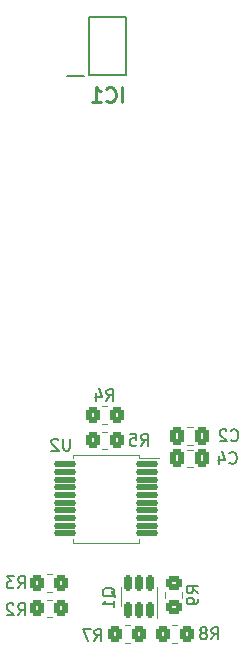
<source format=gbo>
G04 #@! TF.GenerationSoftware,KiCad,Pcbnew,6.0.10*
G04 #@! TF.CreationDate,2023-04-28T22:47:20-05:00*
G04 #@! TF.ProjectId,gas_sensor,6761735f-7365-46e7-936f-722e6b696361,rev?*
G04 #@! TF.SameCoordinates,Original*
G04 #@! TF.FileFunction,Legend,Bot*
G04 #@! TF.FilePolarity,Positive*
%FSLAX46Y46*%
G04 Gerber Fmt 4.6, Leading zero omitted, Abs format (unit mm)*
G04 Created by KiCad (PCBNEW 6.0.10) date 2023-04-28 22:47:20*
%MOMM*%
%LPD*%
G01*
G04 APERTURE LIST*
G04 Aperture macros list*
%AMRoundRect*
0 Rectangle with rounded corners*
0 $1 Rounding radius*
0 $2 $3 $4 $5 $6 $7 $8 $9 X,Y pos of 4 corners*
0 Add a 4 corners polygon primitive as box body*
4,1,4,$2,$3,$4,$5,$6,$7,$8,$9,$2,$3,0*
0 Add four circle primitives for the rounded corners*
1,1,$1+$1,$2,$3*
1,1,$1+$1,$4,$5*
1,1,$1+$1,$6,$7*
1,1,$1+$1,$8,$9*
0 Add four rect primitives between the rounded corners*
20,1,$1+$1,$2,$3,$4,$5,0*
20,1,$1+$1,$4,$5,$6,$7,0*
20,1,$1+$1,$6,$7,$8,$9,0*
20,1,$1+$1,$8,$9,$2,$3,0*%
G04 Aperture macros list end*
%ADD10C,0.150000*%
%ADD11C,0.254000*%
%ADD12C,0.120000*%
%ADD13C,0.200000*%
%ADD14R,4.200000X1.350000*%
%ADD15R,1.700000X1.700000*%
%ADD16O,1.700000X1.700000*%
%ADD17RoundRect,0.250000X0.337500X0.475000X-0.337500X0.475000X-0.337500X-0.475000X0.337500X-0.475000X0*%
%ADD18RoundRect,0.250000X0.350000X0.450000X-0.350000X0.450000X-0.350000X-0.450000X0.350000X-0.450000X0*%
%ADD19RoundRect,0.250000X-0.350000X-0.450000X0.350000X-0.450000X0.350000X0.450000X-0.350000X0.450000X0*%
%ADD20R,1.500000X0.650000*%
%ADD21RoundRect,0.150000X0.150000X-0.512500X0.150000X0.512500X-0.150000X0.512500X-0.150000X-0.512500X0*%
%ADD22RoundRect,0.250000X0.450000X-0.350000X0.450000X0.350000X-0.450000X0.350000X-0.450000X-0.350000X0*%
%ADD23RoundRect,0.125000X0.825000X0.125000X-0.825000X0.125000X-0.825000X-0.125000X0.825000X-0.125000X0*%
G04 APERTURE END LIST*
D10*
X137199666Y-72239142D02*
X137247285Y-72286761D01*
X137390142Y-72334380D01*
X137485380Y-72334380D01*
X137628238Y-72286761D01*
X137723476Y-72191523D01*
X137771095Y-72096285D01*
X137818714Y-71905809D01*
X137818714Y-71762952D01*
X137771095Y-71572476D01*
X137723476Y-71477238D01*
X137628238Y-71382000D01*
X137485380Y-71334380D01*
X137390142Y-71334380D01*
X137247285Y-71382000D01*
X137199666Y-71429619D01*
X136818714Y-71429619D02*
X136771095Y-71382000D01*
X136675857Y-71334380D01*
X136437761Y-71334380D01*
X136342523Y-71382000D01*
X136294904Y-71429619D01*
X136247285Y-71524857D01*
X136247285Y-71620095D01*
X136294904Y-71762952D01*
X136866333Y-72334380D01*
X136247285Y-72334380D01*
X135548666Y-89098380D02*
X135882000Y-88622190D01*
X136120095Y-89098380D02*
X136120095Y-88098380D01*
X135739142Y-88098380D01*
X135643904Y-88146000D01*
X135596285Y-88193619D01*
X135548666Y-88288857D01*
X135548666Y-88431714D01*
X135596285Y-88526952D01*
X135643904Y-88574571D01*
X135739142Y-88622190D01*
X136120095Y-88622190D01*
X134977238Y-88526952D02*
X135072476Y-88479333D01*
X135120095Y-88431714D01*
X135167714Y-88336476D01*
X135167714Y-88288857D01*
X135120095Y-88193619D01*
X135072476Y-88146000D01*
X134977238Y-88098380D01*
X134786761Y-88098380D01*
X134691523Y-88146000D01*
X134643904Y-88193619D01*
X134596285Y-88288857D01*
X134596285Y-88336476D01*
X134643904Y-88431714D01*
X134691523Y-88479333D01*
X134786761Y-88526952D01*
X134977238Y-88526952D01*
X135072476Y-88574571D01*
X135120095Y-88622190D01*
X135167714Y-88717428D01*
X135167714Y-88907904D01*
X135120095Y-89003142D01*
X135072476Y-89050761D01*
X134977238Y-89098380D01*
X134786761Y-89098380D01*
X134691523Y-89050761D01*
X134643904Y-89003142D01*
X134596285Y-88907904D01*
X134596285Y-88717428D01*
X134643904Y-88622190D01*
X134691523Y-88574571D01*
X134786761Y-88526952D01*
X129579666Y-72715380D02*
X129913000Y-72239190D01*
X130151095Y-72715380D02*
X130151095Y-71715380D01*
X129770142Y-71715380D01*
X129674904Y-71763000D01*
X129627285Y-71810619D01*
X129579666Y-71905857D01*
X129579666Y-72048714D01*
X129627285Y-72143952D01*
X129674904Y-72191571D01*
X129770142Y-72239190D01*
X130151095Y-72239190D01*
X128674904Y-71715380D02*
X129151095Y-71715380D01*
X129198714Y-72191571D01*
X129151095Y-72143952D01*
X129055857Y-72096333D01*
X128817761Y-72096333D01*
X128722523Y-72143952D01*
X128674904Y-72191571D01*
X128627285Y-72286809D01*
X128627285Y-72524904D01*
X128674904Y-72620142D01*
X128722523Y-72667761D01*
X128817761Y-72715380D01*
X129055857Y-72715380D01*
X129151095Y-72667761D01*
X129198714Y-72620142D01*
D11*
X127985761Y-43627523D02*
X127985761Y-42357523D01*
X126655285Y-43506571D02*
X126715761Y-43567047D01*
X126897190Y-43627523D01*
X127018142Y-43627523D01*
X127199571Y-43567047D01*
X127320523Y-43446095D01*
X127381000Y-43325142D01*
X127441476Y-43083238D01*
X127441476Y-42901809D01*
X127381000Y-42659904D01*
X127320523Y-42538952D01*
X127199571Y-42418000D01*
X127018142Y-42357523D01*
X126897190Y-42357523D01*
X126715761Y-42418000D01*
X126655285Y-42478476D01*
X125445761Y-43627523D02*
X126171476Y-43627523D01*
X125808619Y-43627523D02*
X125808619Y-42357523D01*
X125929571Y-42538952D01*
X126050523Y-42659904D01*
X126171476Y-42720380D01*
D10*
X126658666Y-68905380D02*
X126992000Y-68429190D01*
X127230095Y-68905380D02*
X127230095Y-67905380D01*
X126849142Y-67905380D01*
X126753904Y-67953000D01*
X126706285Y-68000619D01*
X126658666Y-68095857D01*
X126658666Y-68238714D01*
X126706285Y-68333952D01*
X126753904Y-68381571D01*
X126849142Y-68429190D01*
X127230095Y-68429190D01*
X125801523Y-68238714D02*
X125801523Y-68905380D01*
X126039619Y-67857761D02*
X126277714Y-68572047D01*
X125658666Y-68572047D01*
X127420619Y-85502761D02*
X127373000Y-85407523D01*
X127277761Y-85312285D01*
X127134904Y-85169428D01*
X127087285Y-85074190D01*
X127087285Y-84978952D01*
X127325380Y-85026571D02*
X127277761Y-84931333D01*
X127182523Y-84836095D01*
X126992047Y-84788476D01*
X126658714Y-84788476D01*
X126468238Y-84836095D01*
X126373000Y-84931333D01*
X126325380Y-85026571D01*
X126325380Y-85217047D01*
X126373000Y-85312285D01*
X126468238Y-85407523D01*
X126658714Y-85455142D01*
X126992047Y-85455142D01*
X127182523Y-85407523D01*
X127277761Y-85312285D01*
X127325380Y-85217047D01*
X127325380Y-85026571D01*
X127325380Y-86407523D02*
X127325380Y-85836095D01*
X127325380Y-86121809D02*
X126325380Y-86121809D01*
X126468238Y-86026571D01*
X126563476Y-85931333D01*
X126611095Y-85836095D01*
X119165666Y-87066380D02*
X119499000Y-86590190D01*
X119737095Y-87066380D02*
X119737095Y-86066380D01*
X119356142Y-86066380D01*
X119260904Y-86114000D01*
X119213285Y-86161619D01*
X119165666Y-86256857D01*
X119165666Y-86399714D01*
X119213285Y-86494952D01*
X119260904Y-86542571D01*
X119356142Y-86590190D01*
X119737095Y-86590190D01*
X118784714Y-86161619D02*
X118737095Y-86114000D01*
X118641857Y-86066380D01*
X118403761Y-86066380D01*
X118308523Y-86114000D01*
X118260904Y-86161619D01*
X118213285Y-86256857D01*
X118213285Y-86352095D01*
X118260904Y-86494952D01*
X118832333Y-87066380D01*
X118213285Y-87066380D01*
X119165666Y-84780380D02*
X119499000Y-84304190D01*
X119737095Y-84780380D02*
X119737095Y-83780380D01*
X119356142Y-83780380D01*
X119260904Y-83828000D01*
X119213285Y-83875619D01*
X119165666Y-83970857D01*
X119165666Y-84113714D01*
X119213285Y-84208952D01*
X119260904Y-84256571D01*
X119356142Y-84304190D01*
X119737095Y-84304190D01*
X118832333Y-83780380D02*
X118213285Y-83780380D01*
X118546619Y-84161333D01*
X118403761Y-84161333D01*
X118308523Y-84208952D01*
X118260904Y-84256571D01*
X118213285Y-84351809D01*
X118213285Y-84589904D01*
X118260904Y-84685142D01*
X118308523Y-84732761D01*
X118403761Y-84780380D01*
X118689476Y-84780380D01*
X118784714Y-84732761D01*
X118832333Y-84685142D01*
X125642666Y-89225380D02*
X125976000Y-88749190D01*
X126214095Y-89225380D02*
X126214095Y-88225380D01*
X125833142Y-88225380D01*
X125737904Y-88273000D01*
X125690285Y-88320619D01*
X125642666Y-88415857D01*
X125642666Y-88558714D01*
X125690285Y-88653952D01*
X125737904Y-88701571D01*
X125833142Y-88749190D01*
X126214095Y-88749190D01*
X125309333Y-88225380D02*
X124642666Y-88225380D01*
X125071238Y-89225380D01*
X134436380Y-85193333D02*
X133960190Y-84860000D01*
X134436380Y-84621904D02*
X133436380Y-84621904D01*
X133436380Y-85002857D01*
X133484000Y-85098095D01*
X133531619Y-85145714D01*
X133626857Y-85193333D01*
X133769714Y-85193333D01*
X133864952Y-85145714D01*
X133912571Y-85098095D01*
X133960190Y-85002857D01*
X133960190Y-84621904D01*
X134436380Y-85669523D02*
X134436380Y-85860000D01*
X134388761Y-85955238D01*
X134341142Y-86002857D01*
X134198285Y-86098095D01*
X134007809Y-86145714D01*
X133626857Y-86145714D01*
X133531619Y-86098095D01*
X133484000Y-86050476D01*
X133436380Y-85955238D01*
X133436380Y-85764761D01*
X133484000Y-85669523D01*
X133531619Y-85621904D01*
X133626857Y-85574285D01*
X133864952Y-85574285D01*
X133960190Y-85621904D01*
X134007809Y-85669523D01*
X134055428Y-85764761D01*
X134055428Y-85955238D01*
X134007809Y-86050476D01*
X133960190Y-86098095D01*
X133864952Y-86145714D01*
X137072666Y-74144142D02*
X137120285Y-74191761D01*
X137263142Y-74239380D01*
X137358380Y-74239380D01*
X137501238Y-74191761D01*
X137596476Y-74096523D01*
X137644095Y-74001285D01*
X137691714Y-73810809D01*
X137691714Y-73667952D01*
X137644095Y-73477476D01*
X137596476Y-73382238D01*
X137501238Y-73287000D01*
X137358380Y-73239380D01*
X137263142Y-73239380D01*
X137120285Y-73287000D01*
X137072666Y-73334619D01*
X136215523Y-73572714D02*
X136215523Y-74239380D01*
X136453619Y-73191761D02*
X136691714Y-73906047D01*
X136072666Y-73906047D01*
X123570904Y-72118380D02*
X123570904Y-72927904D01*
X123523285Y-73023142D01*
X123475666Y-73070761D01*
X123380428Y-73118380D01*
X123189952Y-73118380D01*
X123094714Y-73070761D01*
X123047095Y-73023142D01*
X122999476Y-72927904D01*
X122999476Y-72118380D01*
X122570904Y-72213619D02*
X122523285Y-72166000D01*
X122428047Y-72118380D01*
X122189952Y-72118380D01*
X122094714Y-72166000D01*
X122047095Y-72213619D01*
X121999476Y-72308857D01*
X121999476Y-72404095D01*
X122047095Y-72546952D01*
X122618523Y-73118380D01*
X121999476Y-73118380D01*
D12*
X133970752Y-71147000D02*
X133448248Y-71147000D01*
X133970752Y-72617000D02*
X133448248Y-72617000D01*
X132672064Y-87911000D02*
X132217936Y-87911000D01*
X132672064Y-89381000D02*
X132217936Y-89381000D01*
X126280936Y-70839000D02*
X126735064Y-70839000D01*
X126280936Y-69369000D02*
X126735064Y-69369000D01*
D13*
X125146000Y-36412000D02*
X125146000Y-41312000D01*
X128346000Y-36412000D02*
X125146000Y-36412000D01*
X128346000Y-41312000D02*
X128346000Y-36412000D01*
X125146000Y-41312000D02*
X128346000Y-41312000D01*
X123296000Y-41442000D02*
X124796000Y-41442000D01*
D12*
X126735064Y-72998000D02*
X126280936Y-72998000D01*
X126735064Y-71528000D02*
X126280936Y-71528000D01*
X127853000Y-85476500D02*
X127853000Y-86276500D01*
X130973000Y-85476500D02*
X130973000Y-84676500D01*
X130973000Y-85476500D02*
X130973000Y-87276500D01*
X127853000Y-85476500D02*
X127853000Y-84676500D01*
X121581936Y-87222000D02*
X122036064Y-87222000D01*
X121581936Y-85752000D02*
X122036064Y-85752000D01*
X122036064Y-85063000D02*
X121581936Y-85063000D01*
X122036064Y-83593000D02*
X121581936Y-83593000D01*
X128640064Y-89381000D02*
X128185936Y-89381000D01*
X128640064Y-87911000D02*
X128185936Y-87911000D01*
X131599000Y-85587064D02*
X131599000Y-85132936D01*
X133069000Y-85587064D02*
X133069000Y-85132936D01*
X133970752Y-74522000D02*
X133448248Y-74522000D01*
X133970752Y-73052000D02*
X133448248Y-73052000D01*
X123859000Y-80926000D02*
X123859000Y-80651000D01*
X126619000Y-80926000D02*
X123859000Y-80926000D01*
X129379000Y-80926000D02*
X129379000Y-80651000D01*
X126619000Y-73506000D02*
X129379000Y-73506000D01*
X126619000Y-80926000D02*
X129379000Y-80926000D01*
X129379000Y-73506000D02*
X129379000Y-73781000D01*
X123859000Y-73506000D02*
X123859000Y-73781000D01*
X126619000Y-73506000D02*
X123859000Y-73506000D01*
X129379000Y-73781000D02*
X131069000Y-73781000D01*
%LPC*%
D14*
X139319000Y-84074000D03*
X139319000Y-89724000D03*
D15*
X118491000Y-92202000D03*
D16*
X121031000Y-92202000D03*
X123571000Y-92202000D03*
D15*
X132207000Y-92202000D03*
D16*
X129667000Y-92202000D03*
D17*
X134747000Y-71882000D03*
X132672000Y-71882000D03*
D18*
X133445000Y-88646000D03*
X131445000Y-88646000D03*
D19*
X125508000Y-70104000D03*
X127508000Y-70104000D03*
D20*
X124046000Y-40767000D03*
X124046000Y-39497000D03*
X124046000Y-38227000D03*
X124046000Y-36957000D03*
X129446000Y-36957000D03*
X129446000Y-38227000D03*
X129446000Y-39497000D03*
X129446000Y-40767000D03*
D18*
X127508000Y-72263000D03*
X125508000Y-72263000D03*
D21*
X130363000Y-86614000D03*
X129413000Y-86614000D03*
X128463000Y-86614000D03*
X128463000Y-84339000D03*
X129413000Y-84339000D03*
X130363000Y-84339000D03*
D19*
X120809000Y-86487000D03*
X122809000Y-86487000D03*
D18*
X122809000Y-84328000D03*
X120809000Y-84328000D03*
X129413000Y-88646000D03*
X127413000Y-88646000D03*
D22*
X132334000Y-86360000D03*
X132334000Y-84360000D03*
D17*
X134747000Y-73787000D03*
X132672000Y-73787000D03*
D23*
X130119000Y-74291000D03*
X130119000Y-74941000D03*
X130119000Y-75591000D03*
X130119000Y-76241000D03*
X130119000Y-76891000D03*
X130119000Y-77541000D03*
X130119000Y-78191000D03*
X130119000Y-78841000D03*
X130119000Y-79491000D03*
X130119000Y-80141000D03*
X123119000Y-80141000D03*
X123119000Y-79491000D03*
X123119000Y-78841000D03*
X123119000Y-78191000D03*
X123119000Y-77541000D03*
X123119000Y-76891000D03*
X123119000Y-76241000D03*
X123119000Y-75591000D03*
X123119000Y-74941000D03*
X123119000Y-74291000D03*
M02*

</source>
